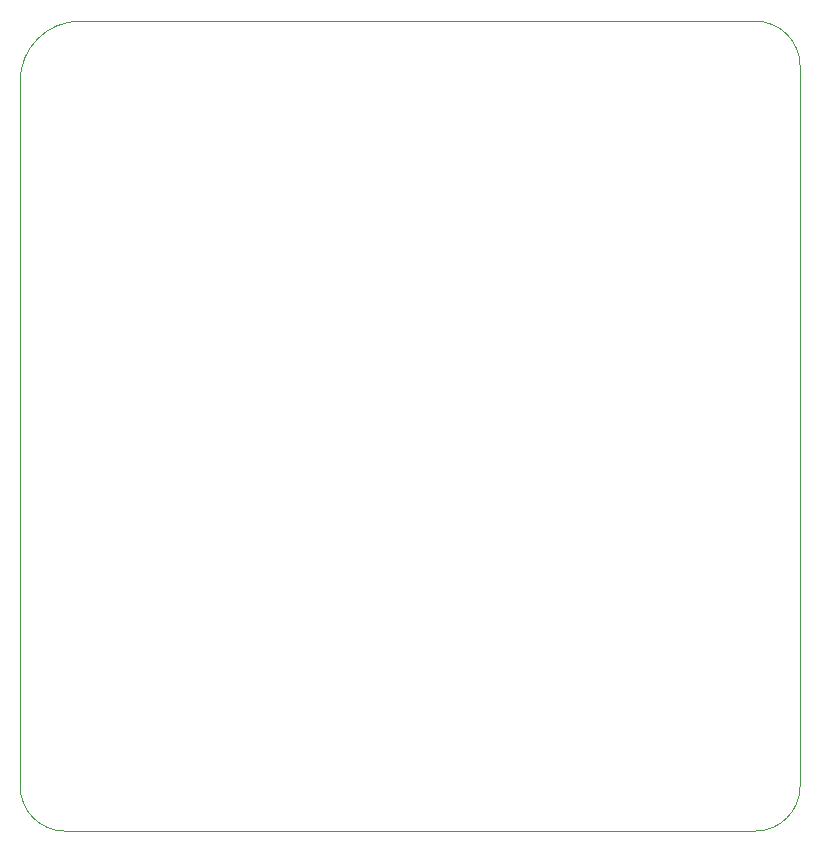
<source format=gm1>
G04 #@! TF.GenerationSoftware,KiCad,Pcbnew,(5.1.5)-3*
G04 #@! TF.CreationDate,2020-03-16T21:34:29+01:00*
G04 #@! TF.ProjectId,ent,656e742e-6b69-4636-9164-5f7063625858,rev?*
G04 #@! TF.SameCoordinates,Original*
G04 #@! TF.FileFunction,Profile,NP*
%FSLAX46Y46*%
G04 Gerber Fmt 4.6, Leading zero omitted, Abs format (unit mm)*
G04 Created by KiCad (PCBNEW (5.1.5)-3) date 2020-03-16 21:34:29*
%MOMM*%
%LPD*%
G04 APERTURE LIST*
%ADD10C,0.100000*%
G04 APERTURE END LIST*
D10*
X165100000Y-50800000D02*
X165100000Y-110490000D01*
X231140000Y-110490000D02*
X231140000Y-49530000D01*
X231140000Y-110490000D02*
G75*
G02X227330000Y-114300000I-3810000J0D01*
G01*
X168910000Y-114300000D02*
G75*
G02X165100000Y-110490000I0J3810000D01*
G01*
X227330000Y-45720000D02*
G75*
G02X231140000Y-49530000I0J-3810000D01*
G01*
X165100000Y-50800000D02*
G75*
G02X170180000Y-45720000I5080000J0D01*
G01*
X227330000Y-45720000D02*
X170180000Y-45720000D01*
X168910000Y-114300000D02*
X227330000Y-114300000D01*
M02*

</source>
